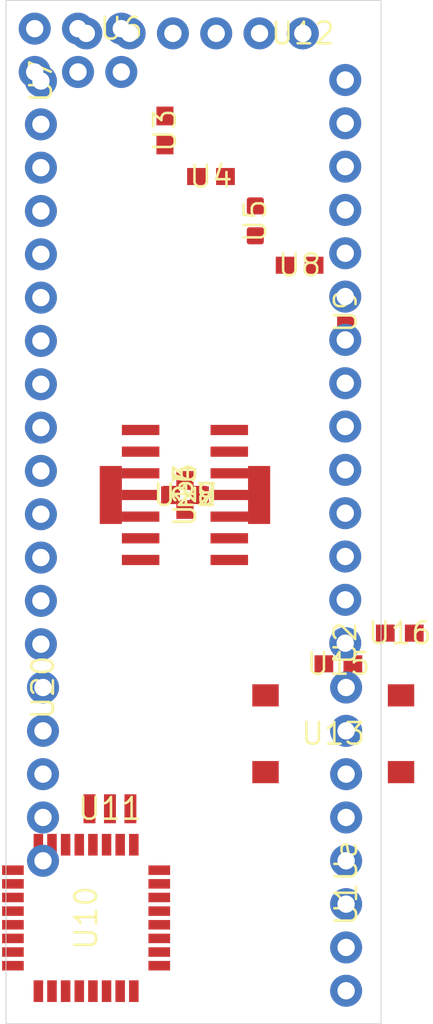
<source format=kicad_pcb>
 ( kicad_pcb  ( version 20171130 )
 ( host pcbnew "(5.1.4-0-10_14)" )
 ( general  ( thickness 1.6 )
 ( drawings 4 )
 ( tracks 0 )
 ( zones 0 )
 ( modules 28 )
 ( nets 53 )
)
 ( page A4 )
 ( layers  ( 0 Top signal )
 ( 31 Bottom signal )
 ( 32 B.Adhes user )
 ( 33 F.Adhes user )
 ( 34 B.Paste user )
 ( 35 F.Paste user )
 ( 36 B.SilkS user )
 ( 37 F.SilkS user )
 ( 38 B.Mask user )
 ( 39 F.Mask user )
 ( 40 Dwgs.User user )
 ( 41 Cmts.User user )
 ( 42 Eco1.User user )
 ( 43 Eco2.User user )
 ( 44 Edge.Cuts user )
 ( 45 Margin user )
 ( 46 B.CrtYd user )
 ( 47 F.CrtYd user )
 ( 48 B.Fab user )
 ( 49 F.Fab user )
)
 ( setup  ( last_trace_width 0.2 )
 ( trace_clearance 0.127 )
 ( zone_clearance 0.508 )
 ( zone_45_only no )
 ( trace_min 0.2 )
 ( via_size 0.7064 )
 ( via_drill 0.3 )
 ( via_min_size 0.4 )
 ( via_min_drill 0.3 )
 ( uvia_size 0.3 )
 ( uvia_drill 0.1 )
 ( uvias_allowed yes )
 ( uvia_min_size 0.2 )
 ( uvia_min_drill 0.1 )
 ( edge_width 0.05 )
 ( segment_width 0.2 )
 ( pcb_text_width 0.3 )
 ( pcb_text_size 1.5 1.5 )
 ( mod_edge_width 0.12 )
 ( mod_text_size 1 1 )
 ( mod_text_width 0.15 )
 ( pad_size 1.524 1.524 )
 ( pad_drill 0.762 )
 ( pad_to_mask_clearance 0.051 )
 ( solder_mask_min_width 0.25 )
 ( aux_axis_origin 0 0 )
 ( visible_elements 7FFFFFFF )
 ( pcbplotparams  ( layerselection 0x010fc_ffffffff )
 ( usegerberextensions false )
 ( usegerberattributes false )
 ( usegerberadvancedattributes false )
 ( creategerberjobfile false )
 ( excludeedgelayer true )
 ( linewidth 0.100000 )
 ( plotframeref false )
 ( viasonmask false )
 ( mode 1 )
 ( useauxorigin false )
 ( hpglpennumber 1 )
 ( hpglpenspeed 20 )
 ( hpglpendiameter 15.000000 )
 ( psnegative false )
 ( psa4output false )
 ( plotreference true )
 ( plotvalue true )
 ( plotinvisibletext false )
 ( padsonsilk false )
 ( subtractmaskfromsilk false )
 ( outputformat 1 )
 ( mirror false )
 ( drillshape 1 )
 ( scaleselection 1 )
 ( outputdirectory "" )
)
)
 ( net 0 "" )
 ( net 1 GND )
 ( net 2 VCC )
 ( net 3 /D2 )
 ( net 4 /TXO )
 ( net 5 /RXI )
 ( net 6 /RST )
 ( net 7 /A5 )
 ( net 8 /A4 )
 ( net 9 /A3 )
 ( net 10 /A2 )
 ( net 11 /A1 )
 ( net 12 /A0 )
 ( net 13 /A7 )
 ( net 14 "Net-(C6-Pad1)" )
 ( net 15 /A6 )
 ( net 16 /SCK )
 ( net 17 /MISO )
 ( net 18 /MOSI )
 ( net 19 /D10 )
 ( net 20 /D9 )
 ( net 21 /D8 )
 ( net 22 /D7 )
 ( net 23 /D6 )
 ( net 24 /D5 )
 ( net 25 "Net-(U3-Pad8)" )
 ( net 26 "Net-(U3-Pad7)" )
 ( net 27 /D4 )
 ( net 28 /D3 )
 ( net 29 "Net-(D1-PadA)" )
 ( net 30 /DTR )
 ( net 31 "Net-(J1-PadCTS)" )
 ( net 32 "Net-(F1-Pad1)" )
 ( net 33 /OUT1 )
 ( net 34 "Net-(IC1-Pad10)" )
 ( net 35 /OUT2 )
 ( net 36 /OUT4 )
 ( net 37 "Net-(IC1-Pad9)" )
 ( net 38 /OUT3 )
 ( net 39 "Net-(IC1-Pad11)" )
 ( net 40 "Net-(IC1-Pad12)" )
 ( net 41 /GO )
 ( net 42 "Net-(IC1-Pad13)" )
 ( net 43 "Net-(J2-Pad5)" )
 ( net 44 "Net-(J2-Pad4)" )
 ( net 45 "Net-(J2-Pad3)" )
 ( net 46 "Net-(J2-Pad2)" )
 ( net 47 "Net-(J2-Pad1)" )
 ( net 48 "Net-(J4-Pad1)" )
 ( net 49 "Net-(J4-Pad3)" )
 ( net 50 "Net-(J4-Pad2)" )
 ( net 51 "Net-(D2-PadA)" )
 ( net 52 "Net-(D3-PadA)" )
 ( net_class Default "This is the default net class."  ( clearance 0.127 )
 ( trace_width 0.2 )
 ( via_dia 0.7064 )
 ( via_drill 0.3 )
 ( uvia_dia 0.3 )
 ( uvia_drill 0.1 )
 ( add_net /A0 )
 ( add_net /A1 )
 ( add_net /A2 )
 ( add_net /A3 )
 ( add_net /A4 )
 ( add_net /A5 )
 ( add_net /A6 )
 ( add_net /A7 )
 ( add_net /D10 )
 ( add_net /D2 )
 ( add_net /D3 )
 ( add_net /D4 )
 ( add_net /D5 )
 ( add_net /D6 )
 ( add_net /D7 )
 ( add_net /D8 )
 ( add_net /D9 )
 ( add_net /DTR )
 ( add_net /GO )
 ( add_net /MISO )
 ( add_net /MOSI )
 ( add_net /OUT1 )
 ( add_net /OUT2 )
 ( add_net /OUT3 )
 ( add_net /OUT4 )
 ( add_net /RST )
 ( add_net /RXI )
 ( add_net /SCK )
 ( add_net /TXO )
 ( add_net GND )
 ( add_net "Net-(C6-Pad1)" )
 ( add_net "Net-(D1-PadA)" )
 ( add_net "Net-(D2-PadA)" )
 ( add_net "Net-(D3-PadA)" )
 ( add_net "Net-(IC1-Pad10)" )
 ( add_net "Net-(IC1-Pad11)" )
 ( add_net "Net-(IC1-Pad12)" )
 ( add_net "Net-(IC1-Pad13)" )
 ( add_net "Net-(IC1-Pad9)" )
 ( add_net "Net-(J1-PadCTS)" )
 ( add_net "Net-(J2-Pad1)" )
 ( add_net "Net-(J2-Pad2)" )
 ( add_net "Net-(J2-Pad3)" )
 ( add_net "Net-(J2-Pad4)" )
 ( add_net "Net-(J2-Pad5)" )
 ( add_net "Net-(J4-Pad1)" )
 ( add_net "Net-(J4-Pad2)" )
 ( add_net "Net-(J4-Pad3)" )
 ( add_net "Net-(U3-Pad7)" )
 ( add_net "Net-(U3-Pad8)" )
)
 ( net_class Power ""  ( clearance 0.127 )
 ( trace_width 0.381 )
 ( via_dia 0.7064 )
 ( via_drill 0.3 )
 ( uvia_dia 0.3 )
 ( uvia_drill 0.1 )
 ( add_net "Net-(F1-Pad1)" )
 ( add_net VCC )
)
 ( module piezoMusic:1X14 locked  ( layer Top )
 ( tedit 5DCE31E3 )
 ( tstamp 5DC8D32C )
 ( at 157.402200 96.188200 90.000000 )
 ( path /0B60073D )
 ( fp_text reference U2  ( at -16.5 0 90 )
 ( layer F.SilkS )
 ( effects  ( font  ( size 1.27 1.27 )
 ( thickness 0.15 )
)
)
)
 ( fp_text value ""  ( at -16.5 0 90 )
 ( layer F.SilkS )
 ( effects  ( font  ( size 1.27 1.27 )
 ( thickness 0.15 )
)
)
)
 ( fp_poly  ( pts  ( xy -17.6 -1.4 )
 ( xy 17.7 -1.4 )
 ( xy 17.7 1.4 )
 ( xy -17.6 1.4 )
)
 ( layer F.CrtYd )
 ( width 0.1 )
)
 ( fp_poly  ( pts  ( xy -17.6 -1.4 )
 ( xy 17.7 -1.4 )
 ( xy 17.7 1.4 )
 ( xy -17.6 1.4 )
)
 ( layer B.CrtYd )
 ( width 0.1 )
)
 ( pad 14 thru_hole circle  ( at 16.52 0 180.000000 )
 ( size 1.8796 1.8796 )
 ( drill 1.016 )
 ( layers *.Cu *.Mask )
 ( net 16 /SCK )
 ( solder_mask_margin 0.1016 )
)
 ( pad 13 thru_hole circle  ( at 13.98 0 180.000000 )
 ( size 1.8796 1.8796 )
 ( drill 1.016 )
 ( layers *.Cu *.Mask )
 ( net 17 /MISO )
 ( solder_mask_margin 0.1016 )
)
 ( pad 12 thru_hole circle  ( at 11.44 0 180.000000 )
 ( size 1.8796 1.8796 )
 ( drill 1.016 )
 ( layers *.Cu *.Mask )
 ( net 18 /MOSI )
 ( solder_mask_margin 0.1016 )
)
 ( pad 11 thru_hole circle  ( at 8.9 0 180.000000 )
 ( size 1.8796 1.8796 )
 ( drill 1.016 )
 ( layers *.Cu *.Mask )
 ( net 19 /D10 )
 ( solder_mask_margin 0.1016 )
)
 ( pad 10 thru_hole circle  ( at 6.36 0 180.000000 )
 ( size 1.8796 1.8796 )
 ( drill 1.016 )
 ( layers *.Cu *.Mask )
 ( net 20 /D9 )
 ( solder_mask_margin 0.1016 )
)
 ( pad 9 thru_hole circle  ( at 3.82 0 180.000000 )
 ( size 1.8796 1.8796 )
 ( drill 1.016 )
 ( layers *.Cu *.Mask )
 ( net 21 /D8 )
 ( solder_mask_margin 0.1016 )
)
 ( pad 8 thru_hole circle  ( at 1.28 0 180.000000 )
 ( size 1.8796 1.8796 )
 ( drill 1.016 )
 ( layers *.Cu *.Mask )
 ( net 22 /D7 )
 ( solder_mask_margin 0.1016 )
)
 ( pad 7 thru_hole circle  ( at -1.26 0 180.000000 )
 ( size 1.8796 1.8796 )
 ( drill 1.016 )
 ( layers *.Cu *.Mask )
 ( net 23 /D6 )
 ( solder_mask_margin 0.1016 )
)
 ( pad 6 thru_hole circle  ( at -3.8 0 180.000000 )
 ( size 1.8796 1.8796 )
 ( drill 1.016 )
 ( layers *.Cu *.Mask )
 ( net 24 /D5 )
 ( solder_mask_margin 0.1016 )
)
 ( pad 5 thru_hole circle  ( at -6.34 0 180.000000 )
 ( size 1.8796 1.8796 )
 ( drill 1.016 )
 ( layers *.Cu *.Mask )
 ( net 27 /D4 )
 ( solder_mask_margin 0.1016 )
)
 ( pad 4 thru_hole circle  ( at -8.88 0 180.000000 )
 ( size 1.8796 1.8796 )
 ( drill 1.016 )
 ( layers *.Cu *.Mask )
 ( net 28 /D3 )
 ( solder_mask_margin 0.1016 )
)
 ( pad 3 thru_hole circle  ( at -11.42 0 180.000000 )
 ( size 1.8796 1.8796 )
 ( drill 1.016 )
 ( layers *.Cu *.Mask )
 ( net 3 /D2 )
 ( solder_mask_margin 0.1016 )
)
 ( pad 2 thru_hole circle  ( at -13.96 0 180.000000 )
 ( size 1.8796 1.8796 )
 ( drill 1.016 )
 ( layers *.Cu *.Mask )
 ( net 1 GND )
 ( solder_mask_margin 0.1016 )
)
 ( pad 1 thru_hole circle  ( at -16.5 0 180.000000 )
 ( size 1.8796 1.8796 )
 ( drill 1.016 )
 ( layers *.Cu *.Mask )
 ( net 2 VCC )
 ( solder_mask_margin 0.1016 )
)
)
 ( module piezoMusic:1X14 locked  ( layer Top )
 ( tedit 5DCE31E3 )
 ( tstamp 5DC8D3C7 )
 ( at 139.546000 96.239000 270.000000 )
 ( path /056852D9 )
 ( fp_text reference U7  ( at -16.51 -0.004 270 )
 ( layer F.SilkS )
 ( effects  ( font  ( size 1.27 1.27 )
 ( thickness 0.15 )
)
)
)
 ( fp_text value ""  ( at -16.51 -0.004 270 )
 ( layer F.SilkS )
 ( effects  ( font  ( size 1.27 1.27 )
 ( thickness 0.15 )
)
)
)
 ( fp_poly  ( pts  ( xy -17.61 -1.404 )
 ( xy 17.69 -1.404 )
 ( xy 17.69 1.396 )
 ( xy -17.61 1.396 )
)
 ( layer F.CrtYd )
 ( width 0.1 )
)
 ( fp_poly  ( pts  ( xy -17.61 -1.404 )
 ( xy 17.69 -1.404 )
 ( xy 17.69 1.396 )
 ( xy -17.61 1.396 )
)
 ( layer B.CrtYd )
 ( width 0.1 )
)
 ( pad 14 thru_hole circle  ( at 16.51 -0.004 )
 ( size 1.8796 1.8796 )
 ( drill 1.016 )
 ( layers *.Cu *.Mask )
 ( net 13 /A7 )
 ( solder_mask_margin 0.1016 )
)
 ( pad 13 thru_hole circle  ( at 13.97 -0.004 )
 ( size 1.8796 1.8796 )
 ( drill 1.016 )
 ( layers *.Cu *.Mask )
 ( net 15 /A6 )
 ( solder_mask_margin 0.1016 )
)
 ( pad 12 thru_hole circle  ( at 11.43 -0.004 )
 ( size 1.8796 1.8796 )
 ( drill 1.016 )
 ( layers *.Cu *.Mask )
 ( net 7 /A5 )
 ( solder_mask_margin 0.1016 )
)
 ( pad 11 thru_hole circle  ( at 8.89 -0.004 )
 ( size 1.8796 1.8796 )
 ( drill 1.016 )
 ( layers *.Cu *.Mask )
 ( net 8 /A4 )
 ( solder_mask_margin 0.1016 )
)
 ( pad 10 thru_hole circle  ( at 6.35 -0.004 )
 ( size 1.8796 1.8796 )
 ( drill 1.016 )
 ( layers *.Cu *.Mask )
 ( net 9 /A3 )
 ( solder_mask_margin 0.1016 )
)
 ( pad 9 thru_hole circle  ( at 3.81 -0.004 )
 ( size 1.8796 1.8796 )
 ( drill 1.016 )
 ( layers *.Cu *.Mask )
 ( net 10 /A2 )
 ( solder_mask_margin 0.1016 )
)
 ( pad 8 thru_hole circle  ( at 1.27 -0.004 )
 ( size 1.8796 1.8796 )
 ( drill 1.016 )
 ( layers *.Cu *.Mask )
 ( net 11 /A1 )
 ( solder_mask_margin 0.1016 )
)
 ( pad 7 thru_hole circle  ( at -1.27 -0.004 )
 ( size 1.8796 1.8796 )
 ( drill 1.016 )
 ( layers *.Cu *.Mask )
 ( net 12 /A0 )
 ( solder_mask_margin 0.1016 )
)
 ( pad 6 thru_hole circle  ( at -3.81 -0.004 )
 ( size 1.8796 1.8796 )
 ( drill 1.016 )
 ( layers *.Cu *.Mask )
 ( net 4 /TXO )
 ( solder_mask_margin 0.1016 )
)
 ( pad 5 thru_hole circle  ( at -6.35 -0.004 )
 ( size 1.8796 1.8796 )
 ( drill 1.016 )
 ( layers *.Cu *.Mask )
 ( net 5 /RXI )
 ( solder_mask_margin 0.1016 )
)
 ( pad 4 thru_hole circle  ( at -8.89 -0.004 )
 ( size 1.8796 1.8796 )
 ( drill 1.016 )
 ( layers *.Cu *.Mask )
 ( net 1 GND )
 ( solder_mask_margin 0.1016 )
)
 ( pad 3 thru_hole circle  ( at -11.43 -0.004 )
 ( size 1.8796 1.8796 )
 ( drill 1.016 )
 ( layers *.Cu *.Mask )
 ( net 2 VCC )
 ( solder_mask_margin 0.1016 )
)
 ( pad 2 thru_hole circle  ( at -13.97 -0.004 )
 ( size 1.8796 1.8796 )
 ( drill 1.016 )
 ( layers *.Cu *.Mask )
 ( net 2 VCC )
 ( solder_mask_margin 0.1016 )
)
 ( pad 1 thru_hole circle  ( at -16.51 -0.004 )
 ( size 1.8796 1.8796 )
 ( drill 1.016 )
 ( layers *.Cu *.Mask )
 ( net 2 VCC )
 ( solder_mask_margin 0.1016 )
)
)
 ( module piezoMusic:FTDI_BASIC locked  ( layer Top )
 ( tedit 5DCE2BD1 )
 ( tstamp 5DC8D4AF )
 ( at 148.563000 76.935000 180.000000 )
 ( descr "<h3>FTDI Basic </h3>\nIncludes tDocu labels for end pins that match the FTDI Basic connection.\n<p>Specifications:\n<ul><li>Pin count: 6</li>\n<li>Pin pitch: 0.1\"</li>\n</ul></p>\n<p>Example device(s):\n<ul><li>6_Pin_Serial_Cable</li>\n</ul></p>" )
 ( path /449C7C68 )
 ( fp_text reference U12  ( at -6.35 0 180 )
 ( layer F.SilkS )
 ( effects  ( font  ( size 1.27 1.27 )
 ( thickness 0.15 )
)
)
)
 ( fp_text value ""  ( at -6.35 0 180 )
 ( layer F.SilkS )
 ( effects  ( font  ( size 1.27 1.27 )
 ( thickness 0.15 )
)
)
)
 ( fp_poly  ( pts  ( xy -7.75 -1.4 )
 ( xy 7.75 -1.4 )
 ( xy 7.75 1.4 )
 ( xy -7.75 1.4 )
)
 ( layer F.CrtYd )
 ( width 0.1 )
)
 ( fp_poly  ( pts  ( xy -7.75 -1.4 )
 ( xy 7.75 -1.4 )
 ( xy 7.75 1.4 )
 ( xy -7.75 1.4 )
)
 ( layer B.CrtYd )
 ( width 0.1 )
)
 ( pad GND thru_hole circle  ( at 6.35 0 270.000000 )
 ( size 1.8796 1.8796 )
 ( drill 1.016 )
 ( layers *.Cu *.Mask )
 ( net 1 GND )
 ( solder_mask_margin 0.1016 )
)
 ( pad CTS thru_hole circle  ( at 3.81 0 270.000000 )
 ( size 1.8796 1.8796 )
 ( drill 1.016 )
 ( layers *.Cu *.Mask )
 ( net 31 "Net-(J1-PadCTS)" )
 ( solder_mask_margin 0.1016 )
)
 ( pad VCC thru_hole circle  ( at 1.27 0 270.000000 )
 ( size 1.8796 1.8796 )
 ( drill 1.016 )
 ( layers *.Cu *.Mask )
 ( net 32 "Net-(F1-Pad1)" )
 ( solder_mask_margin 0.1016 )
)
 ( pad TXO thru_hole circle  ( at -1.27 0 270.000000 )
 ( size 1.8796 1.8796 )
 ( drill 1.016 )
 ( layers *.Cu *.Mask )
 ( net 5 /RXI )
 ( solder_mask_margin 0.1016 )
)
 ( pad RXI thru_hole circle  ( at -3.81 0 270.000000 )
 ( size 1.8796 1.8796 )
 ( drill 1.016 )
 ( layers *.Cu *.Mask )
 ( net 4 /TXO )
 ( solder_mask_margin 0.1016 )
)
 ( pad DTR thru_hole circle  ( at -6.35 0 270.000000 )
 ( size 1.8796 1.8796 )
 ( drill 1.016 )
 ( layers *.Cu *.Mask )
 ( net 30 /DTR )
 ( solder_mask_margin 0.1016 )
)
)
 ( module piezoMusic:2X3  ( layer Top )
 ( tedit 5DCE29B8 )
 ( tstamp 5DC8D3A1 )
 ( at 141.726100 77.928600 180.000000 )
 ( path /60994ACD )
 ( fp_text reference U6  ( at -2.54 1.27 180 )
 ( layer F.SilkS )
 ( effects  ( font  ( size 1.27 1.27 )
 ( thickness 0.15 )
)
)
)
 ( fp_text value ""  ( at -2.54 1.27 180 )
 ( layer F.SilkS )
 ( effects  ( font  ( size 1.27 1.27 )
 ( thickness 0.15 )
)
)
)
 ( fp_poly  ( pts  ( xy -3.94 -2.73 )
 ( xy 4.06 -2.73 )
 ( xy 4.06 2.67 )
 ( xy -3.94 2.67 )
)
 ( layer F.CrtYd )
 ( width 0.1 )
)
 ( fp_poly  ( pts  ( xy -3.94 -2.73 )
 ( xy 4.06 -2.73 )
 ( xy 4.06 2.67 )
 ( xy -3.94 2.67 )
)
 ( layer B.CrtYd )
 ( width 0.1 )
)
 ( pad 6 thru_hole circle  ( at 2.54 -1.27 180.000000 )
 ( size 1.8796 1.8796 )
 ( drill 1.016 )
 ( layers *.Cu *.Mask )
 ( net 1 GND )
 ( solder_mask_margin 0.1016 )
)
 ( pad 5 thru_hole circle  ( at 2.54 1.27 180.000000 )
 ( size 1.8796 1.8796 )
 ( drill 1.016 )
 ( layers *.Cu *.Mask )
 ( net 6 /RST )
 ( solder_mask_margin 0.1016 )
)
 ( pad 4 thru_hole circle  ( at 0 -1.27 180.000000 )
 ( size 1.8796 1.8796 )
 ( drill 1.016 )
 ( layers *.Cu *.Mask )
 ( net 18 /MOSI )
 ( solder_mask_margin 0.1016 )
)
 ( pad 3 thru_hole circle  ( at 0 1.27 180.000000 )
 ( size 1.8796 1.8796 )
 ( drill 1.016 )
 ( layers *.Cu *.Mask )
 ( net 16 /SCK )
 ( solder_mask_margin 0.1016 )
)
 ( pad 2 thru_hole circle  ( at -2.54 -1.27 180.000000 )
 ( size 1.8796 1.8796 )
 ( drill 1.016 )
 ( layers *.Cu *.Mask )
 ( net 2 VCC )
 ( solder_mask_margin 0.1016 )
)
 ( pad 1 thru_hole circle  ( at -2.54 1.27 180.000000 )
 ( size 1.8796 1.8796 )
 ( drill 1.016 )
 ( layers *.Cu *.Mask )
 ( net 17 /MISO )
 ( solder_mask_margin 0.1016 )
)
)
 ( module piezoMusic:1X03 locked  ( layer Top )
 ( tedit 5DCE3241 )
 ( tstamp 5DC8D5C9 )
 ( at 157.453000 130.529000 270.000000 )
 ( descr "<h3>Plated Through Hole - 3 Pin</h3>\n<p>Specifications:\n<ul><li>Pin count:3</li>\n<li>Pin pitch:0.1\"</li>\n</ul></p>\n<p>Example device(s):\n<ul><li>CONN_03</li>\n</ul></p>" )
 ( path /FA7CA15B )
 ( fp_text reference U1  ( at -2.54 0 270 )
 ( layer F.SilkS )
 ( effects  ( font  ( size 1.27 1.27 )
 ( thickness 0.15 )
)
)
)
 ( fp_text value ""  ( at -2.54 0 270 )
 ( layer F.SilkS )
 ( effects  ( font  ( size 1.27 1.27 )
 ( thickness 0.15 )
)
)
)
 ( fp_poly  ( pts  ( xy -3.74 -1.5 )
 ( xy -3.74 1.5 )
 ( xy 3.66 1.5 )
 ( xy 3.66 -1.5 )
)
 ( layer B.CrtYd )
 ( width 0.1 )
)
 ( fp_poly  ( pts  ( xy -3.74 -1.5 )
 ( xy -3.74 1.5 )
 ( xy 3.66 1.5 )
 ( xy 3.66 -1.5 )
)
 ( layer F.CrtYd )
 ( width 0.1 )
)
 ( pad 3 thru_hole circle  ( at 2.54 0 )
 ( size 1.8796 1.8796 )
 ( drill 1.016 )
 ( layers *.Cu *.Mask )
 ( net 49 "Net-(J4-Pad3)" )
 ( solder_mask_margin 0.1016 )
)
 ( pad 2 thru_hole circle  ( at 0 0 )
 ( size 1.8796 1.8796 )
 ( drill 1.016 )
 ( layers *.Cu *.Mask )
 ( net 50 "Net-(J4-Pad2)" )
 ( solder_mask_margin 0.1016 )
)
 ( pad 1 thru_hole circle  ( at -2.54 0 )
 ( size 1.8796 1.8796 )
 ( drill 1.016 )
 ( layers *.Cu *.Mask )
 ( net 48 "Net-(J4-Pad1)" )
 ( solder_mask_margin 0.1016 )
)
)
 ( module piezoMusic:1X05 locked  ( layer Top )
 ( tedit 5DCE3193 )
 ( tstamp 5DC8D58D )
 ( at 157.453000 120.369000 90.000000 )
 ( descr "<h3>Plated Through Hole - 5 Pin</h3>\n<p>Specifications:\n<ul><li>Pin count:5</li>\n<li>Pin pitch:0.1\"</li>\n</ul></p>\n<p>Example device(s):\n<ul><li>CONN_05</li>\n</ul></p>" )
 ( path /B665FDA9 )
 ( fp_text reference Ue  ( at -5.08 0 90 )
 ( layer F.SilkS )
 ( effects  ( font  ( size 1.27 1.27 )
 ( thickness 0.15 )
)
)
)
 ( fp_text value ""  ( at -5.08 0 90 )
 ( layer F.SilkS )
 ( effects  ( font  ( size 1.27 1.27 )
 ( thickness 0.15 )
)
)
)
 ( fp_poly  ( pts  ( xy -6.18 -1.4 )
 ( xy 6.22 -1.4 )
 ( xy 6.22 1.4 )
 ( xy -6.18 1.4 )
)
 ( layer F.CrtYd )
 ( width 0.1 )
)
 ( fp_poly  ( pts  ( xy -6.18 -1.4 )
 ( xy 6.22 -1.4 )
 ( xy 6.22 1.4 )
 ( xy -6.18 1.4 )
)
 ( layer B.CrtYd )
 ( width 0.1 )
)
 ( pad 5 thru_hole circle  ( at 5.08 0 180.000000 )
 ( size 1.8796 1.8796 )
 ( drill 1.016 )
 ( layers *.Cu *.Mask )
 ( net 36 /OUT4 )
 ( solder_mask_margin 0.1016 )
)
 ( pad 4 thru_hole circle  ( at 2.54 0 180.000000 )
 ( size 1.8796 1.8796 )
 ( drill 1.016 )
 ( layers *.Cu *.Mask )
 ( net 38 /OUT3 )
 ( solder_mask_margin 0.1016 )
)
 ( pad 3 thru_hole circle  ( at 0 0 180.000000 )
 ( size 1.8796 1.8796 )
 ( drill 1.016 )
 ( layers *.Cu *.Mask )
 ( net 35 /OUT2 )
 ( solder_mask_margin 0.1016 )
)
 ( pad 2 thru_hole circle  ( at -2.54 0 180.000000 )
 ( size 1.8796 1.8796 )
 ( drill 1.016 )
 ( layers *.Cu *.Mask )
 ( net 33 /OUT1 )
 ( solder_mask_margin 0.1016 )
)
 ( pad 1 thru_hole circle  ( at -5.08 0 180.000000 )
 ( size 1.8796 1.8796 )
 ( drill 1.016 )
 ( layers *.Cu *.Mask )
 ( net 41 /GO )
 ( solder_mask_margin 0.1016 )
)
)
 ( module piezoMusic:1X05 locked  ( layer Top )
 ( tedit 5DCE3193 )
 ( tstamp 5DC8D560 )
 ( at 139.673000 120.369000 270.000000 )
 ( descr "<h3>Plated Through Hole - 5 Pin</h3>\n<p>Specifications:\n<ul><li>Pin count:5</li>\n<li>Pin pitch:0.1\"</li>\n</ul></p>\n<p>Example device(s):\n<ul><li>CONN_05</li>\n</ul></p>" )
 ( path /C3E76336 )
 ( fp_text reference U20  ( at -5.08 0 270 )
 ( layer F.SilkS )
 ( effects  ( font  ( size 1.27 1.27 )
 ( thickness 0.15 )
)
)
)
 ( fp_text value ""  ( at -5.08 0 270 )
 ( layer F.SilkS )
 ( effects  ( font  ( size 1.27 1.27 )
 ( thickness 0.15 )
)
)
)
 ( fp_poly  ( pts  ( xy -6.18 -1.4 )
 ( xy 6.22 -1.4 )
 ( xy 6.22 1.4 )
 ( xy -6.18 1.4 )
)
 ( layer F.CrtYd )
 ( width 0.1 )
)
 ( fp_poly  ( pts  ( xy -6.18 -1.4 )
 ( xy 6.22 -1.4 )
 ( xy 6.22 1.4 )
 ( xy -6.18 1.4 )
)
 ( layer B.CrtYd )
 ( width 0.1 )
)
 ( pad 5 thru_hole circle  ( at 5.08 0 )
 ( size 1.8796 1.8796 )
 ( drill 1.016 )
 ( layers *.Cu *.Mask )
 ( net 43 "Net-(J2-Pad5)" )
 ( solder_mask_margin 0.1016 )
)
 ( pad 4 thru_hole circle  ( at 2.54 0 )
 ( size 1.8796 1.8796 )
 ( drill 1.016 )
 ( layers *.Cu *.Mask )
 ( net 44 "Net-(J2-Pad4)" )
 ( solder_mask_margin 0.1016 )
)
 ( pad 3 thru_hole circle  ( at 0 0 )
 ( size 1.8796 1.8796 )
 ( drill 1.016 )
 ( layers *.Cu *.Mask )
 ( net 45 "Net-(J2-Pad3)" )
 ( solder_mask_margin 0.1016 )
)
 ( pad 2 thru_hole circle  ( at -2.54 0 )
 ( size 1.8796 1.8796 )
 ( drill 1.016 )
 ( layers *.Cu *.Mask )
 ( net 46 "Net-(J2-Pad2)" )
 ( solder_mask_margin 0.1016 )
)
 ( pad 1 thru_hole circle  ( at -5.08 0 )
 ( size 1.8796 1.8796 )
 ( drill 1.016 )
 ( layers *.Cu *.Mask )
 ( net 47 "Net-(J2-Pad1)" )
 ( solder_mask_margin 0.1016 )
)
)
 ( module piezoMusic:0603  ( layer Top )
 ( tedit 5DCE2B5D )
 ( tstamp 5DC8D306 )
 ( at 146.826100 82.628600 270.000000 )
 ( descr "<p><b>Generic 1608 (0603) package</b></p>\n<p>0.2mm courtyard excess rounded to nearest 0.05mm.</p>" )
 ( path /88676885 )
 ( fp_text reference U3  ( at 0 0 270 )
 ( layer F.SilkS )
 ( effects  ( font  ( size 1.27 1.27 )
 ( thickness 0.15 )
)
)
)
 ( fp_text value ""  ( at 0 0 270 )
 ( layer F.SilkS )
 ( effects  ( font  ( size 1.27 1.27 )
 ( thickness 0.15 )
)
)
)
 ( fp_poly  ( pts  ( xy -1.6 -0.7 )
 ( xy 1.6 -0.7 )
 ( xy 1.6 0.7 )
 ( xy -1.6 0.7 )
)
 ( layer F.CrtYd )
 ( width 0.1 )
)
 ( pad 2 smd rect  ( at 0.85 0 270.000000 )
 ( size 1.1 1 )
 ( layers Top F.Mask F.Paste )
 ( net 6 /RST )
 ( solder_mask_margin 0.1016 )
)
 ( pad 1 smd rect  ( at -0.85 0 270.000000 )
 ( size 1.1 1 )
 ( layers Top F.Mask F.Paste )
 ( net 30 /DTR )
 ( solder_mask_margin 0.1016 )
)
)
 ( module piezoMusic:0603  ( layer Top )
 ( tedit 5DCE2B5D )
 ( tstamp 5DC8D314 )
 ( at 149.526100 85.328600 180.000000 )
 ( descr "<p><b>Generic 1608 (0603) package</b></p>\n<p>0.2mm courtyard excess rounded to nearest 0.05mm.</p>" )
 ( path /8451312A )
 ( fp_text reference U4  ( at 0 0 180 )
 ( layer F.SilkS )
 ( effects  ( font  ( size 1.27 1.27 )
 ( thickness 0.15 )
)
)
)
 ( fp_text value ""  ( at 0 0 180 )
 ( layer F.SilkS )
 ( effects  ( font  ( size 1.27 1.27 )
 ( thickness 0.15 )
)
)
)
 ( fp_poly  ( pts  ( xy -1.6 -0.7 )
 ( xy 1.6 -0.7 )
 ( xy 1.6 0.7 )
 ( xy -1.6 0.7 )
)
 ( layer F.CrtYd )
 ( width 0.1 )
)
 ( pad 2 smd rect  ( at 0.85 0 180.000000 )
 ( size 1.1 1 )
 ( layers Top F.Mask F.Paste )
 ( net 1 GND )
 ( solder_mask_margin 0.1016 )
)
 ( pad 1 smd rect  ( at -0.85 0 180.000000 )
 ( size 1.1 1 )
 ( layers Top F.Mask F.Paste )
 ( net 14 "Net-(C6-Pad1)" )
 ( solder_mask_margin 0.1016 )
)
)
 ( module piezoMusic:LED-0603  ( layer Top )
 ( tedit 5DCE2CA4 )
 ( tstamp 5DC8D322 )
 ( at 152.126100 87.928600 90.000000 )
 ( descr "<B>LED 0603 SMT</B><p>\n0603, surface mount.\n<p>Specifications:\n<ul><li>Pin count: 2</li>\n<li>Pin pitch:0.075inch </li>\n<li>Area: 0.06\" x 0.03\"</li>\n</ul></p>\n<p>Example device(s):\n<ul><li>LED - BLUE</li>" )
 ( path /5C7F6C2D )
 ( fp_text reference U5  ( at 0 0 90 )
 ( layer F.SilkS )
 ( effects  ( font  ( size 1.27 1.27 )
 ( thickness 0.15 )
)
)
)
 ( fp_text value ""  ( at 0 0 90 )
 ( layer F.SilkS )
 ( effects  ( font  ( size 1.27 1.27 )
 ( thickness 0.15 )
)
)
)
 ( fp_poly  ( pts  ( xy -1.5 -0.6 )
 ( xy 1.5 -0.6 )
 ( xy 1.5 0.6 )
 ( xy -1.5 0.6 )
)
 ( layer F.CrtYd )
 ( width 0.1 )
)
 ( pad A smd roundrect  ( at -0.877 0 )
 ( size 1 1 )
 ( layers Top F.Mask F.Paste )
 ( roundrect_rratio 0.15 )
 ( net 29 "Net-(D1-PadA)" )
 ( solder_mask_margin 0.1016 )
)
 ( pad C smd roundrect  ( at 0.877 0 )
 ( size 1 1 )
 ( layers Top F.Mask F.Paste )
 ( roundrect_rratio 0.15 )
 ( net 1 GND )
 ( solder_mask_margin 0.1016 )
)
)
 ( module piezoMusic:0603  ( layer Top )
 ( tedit 5DCE2B5D )
 ( tstamp 5DC8D43C )
 ( at 154.726100 90.528600 180.000000 )
 ( descr "<p><b>Generic 1608 (0603) package</b></p>\n<p>0.2mm courtyard excess rounded to nearest 0.05mm.</p>" )
 ( path /DDF01354 )
 ( fp_text reference U8  ( at 0 0 180 )
 ( layer F.SilkS )
 ( effects  ( font  ( size 1.27 1.27 )
 ( thickness 0.15 )
)
)
)
 ( fp_text value ""  ( at 0 0 180 )
 ( layer F.SilkS )
 ( effects  ( font  ( size 1.27 1.27 )
 ( thickness 0.15 )
)
)
)
 ( fp_poly  ( pts  ( xy -1.6 -0.7 )
 ( xy 1.6 -0.7 )
 ( xy 1.6 0.7 )
 ( xy -1.6 0.7 )
)
 ( layer F.CrtYd )
 ( width 0.1 )
)
 ( pad 2 smd rect  ( at 0.85 0 180.000000 )
 ( size 1.1 1 )
 ( layers Top F.Mask F.Paste )
 ( net 29 "Net-(D1-PadA)" )
 ( solder_mask_margin 0.1016 )
)
 ( pad 1 smd rect  ( at -0.85 0 180.000000 )
 ( size 1.1 1 )
 ( layers Top F.Mask F.Paste )
 ( net 16 /SCK )
 ( solder_mask_margin 0.1016 )
)
)
 ( module piezoMusic:0603  ( layer Top )
 ( tedit 5DCE2B5D )
 ( tstamp 5DC8D44A )
 ( at 157.426100 93.228600 270.000000 )
 ( descr "<p><b>Generic 1608 (0603) package</b></p>\n<p>0.2mm courtyard excess rounded to nearest 0.05mm.</p>" )
 ( path /B13F4994 )
 ( fp_text reference U9  ( at 0 0 270 )
 ( layer F.SilkS )
 ( effects  ( font  ( size 1.27 1.27 )
 ( thickness 0.15 )
)
)
)
 ( fp_text value ""  ( at 0 0 270 )
 ( layer F.SilkS )
 ( effects  ( font  ( size 1.27 1.27 )
 ( thickness 0.15 )
)
)
)
 ( fp_poly  ( pts  ( xy -1.6 -0.7 )
 ( xy 1.6 -0.7 )
 ( xy 1.6 0.7 )
 ( xy -1.6 0.7 )
)
 ( layer F.CrtYd )
 ( width 0.1 )
)
 ( pad 2 smd rect  ( at 0.85 0 270.000000 )
 ( size 1.1 1 )
 ( layers Top F.Mask F.Paste )
 ( net 2 VCC )
 ( solder_mask_margin 0.1016 )
)
 ( pad 1 smd rect  ( at -0.85 0 270.000000 )
 ( size 1.1 1 )
 ( layers Top F.Mask F.Paste )
 ( net 6 /RST )
 ( solder_mask_margin 0.1016 )
)
)
 ( module piezoMusic:TQFP32-08  ( layer Top )
 ( tedit 5DCE2E26 )
 ( tstamp 5DC8D458 )
 ( at 142.200000 128.800000 90.000000 )
 ( descr "<B>Thin Plasic Quad Flat Package</B> Grid 0.8 mm" )
 ( path /629E9DB0 )
 ( fp_text reference U10  ( at 0 0 90 )
 ( layer F.SilkS )
 ( effects  ( font  ( size 1.27 1.27 )
 ( thickness 0.15 )
)
)
)
 ( fp_text value ""  ( at 0 0 90 )
 ( layer F.SilkS )
 ( effects  ( font  ( size 1.27 1.27 )
 ( thickness 0.15 )
)
)
)
 ( fp_poly  ( pts  ( xy -5 -5 )
 ( xy 5 -5 )
 ( xy 5 5 )
 ( xy -5 5 )
)
 ( layer F.CrtYd )
 ( width 0.1 )
)
 ( pad 32 smd rect  ( at -2.8 -4.2926 90.000000 )
 ( size 0.5588 1.27 )
 ( layers Top F.Mask F.Paste )
 ( net 3 /D2 )
 ( solder_mask_margin 0.1016 )
)
 ( pad 31 smd rect  ( at -2 -4.2926 90.000000 )
 ( size 0.5588 1.27 )
 ( layers Top F.Mask F.Paste )
 ( net 4 /TXO )
 ( solder_mask_margin 0.1016 )
)
 ( pad 30 smd rect  ( at -1.2 -4.2926 90.000000 )
 ( size 0.5588 1.27 )
 ( layers Top F.Mask F.Paste )
 ( net 5 /RXI )
 ( solder_mask_margin 0.1016 )
)
 ( pad 29 smd rect  ( at -0.4 -4.2926 90.000000 )
 ( size 0.5588 1.27 )
 ( layers Top F.Mask F.Paste )
 ( net 6 /RST )
 ( solder_mask_margin 0.1016 )
)
 ( pad 28 smd rect  ( at 0.4 -4.2926 90.000000 )
 ( size 0.5588 1.27 )
 ( layers Top F.Mask F.Paste )
 ( net 7 /A5 )
 ( solder_mask_margin 0.1016 )
)
 ( pad 27 smd rect  ( at 1.2 -4.2926 90.000000 )
 ( size 0.5588 1.27 )
 ( layers Top F.Mask F.Paste )
 ( net 8 /A4 )
 ( solder_mask_margin 0.1016 )
)
 ( pad 26 smd rect  ( at 2 -4.2926 90.000000 )
 ( size 0.5588 1.27 )
 ( layers Top F.Mask F.Paste )
 ( net 9 /A3 )
 ( solder_mask_margin 0.1016 )
)
 ( pad 25 smd rect  ( at 2.8 -4.2926 90.000000 )
 ( size 0.5588 1.27 )
 ( layers Top F.Mask F.Paste )
 ( net 10 /A2 )
 ( solder_mask_margin 0.1016 )
)
 ( pad 24 smd rect  ( at 4.2926 -2.8 90.000000 )
 ( size 1.27 0.5588 )
 ( layers Top F.Mask F.Paste )
 ( net 11 /A1 )
 ( solder_mask_margin 0.1016 )
)
 ( pad 23 smd rect  ( at 4.2926 -2 90.000000 )
 ( size 1.27 0.5588 )
 ( layers Top F.Mask F.Paste )
 ( net 12 /A0 )
 ( solder_mask_margin 0.1016 )
)
 ( pad 22 smd rect  ( at 4.2926 -1.2 90.000000 )
 ( size 1.27 0.5588 )
 ( layers Top F.Mask F.Paste )
 ( net 13 /A7 )
 ( solder_mask_margin 0.1016 )
)
 ( pad 21 smd rect  ( at 4.2926 -0.4 90.000000 )
 ( size 1.27 0.5588 )
 ( layers Top F.Mask F.Paste )
 ( net 1 GND )
 ( solder_mask_margin 0.1016 )
)
 ( pad 20 smd rect  ( at 4.2926 0.4 90.000000 )
 ( size 1.27 0.5588 )
 ( layers Top F.Mask F.Paste )
 ( net 14 "Net-(C6-Pad1)" )
 ( solder_mask_margin 0.1016 )
)
 ( pad 19 smd rect  ( at 4.2926 1.2 90.000000 )
 ( size 1.27 0.5588 )
 ( layers Top F.Mask F.Paste )
 ( net 15 /A6 )
 ( solder_mask_margin 0.1016 )
)
 ( pad 18 smd rect  ( at 4.2926 2 90.000000 )
 ( size 1.27 0.5588 )
 ( layers Top F.Mask F.Paste )
 ( net 2 VCC )
 ( solder_mask_margin 0.1016 )
)
 ( pad 17 smd rect  ( at 4.2926 2.8 90.000000 )
 ( size 1.27 0.5588 )
 ( layers Top F.Mask F.Paste )
 ( net 16 /SCK )
 ( solder_mask_margin 0.1016 )
)
 ( pad 16 smd rect  ( at 2.8 4.2926 90.000000 )
 ( size 0.5588 1.27 )
 ( layers Top F.Mask F.Paste )
 ( net 17 /MISO )
 ( solder_mask_margin 0.1016 )
)
 ( pad 15 smd rect  ( at 2 4.2926 90.000000 )
 ( size 0.5588 1.27 )
 ( layers Top F.Mask F.Paste )
 ( net 18 /MOSI )
 ( solder_mask_margin 0.1016 )
)
 ( pad 14 smd rect  ( at 1.2 4.2926 90.000000 )
 ( size 0.5588 1.27 )
 ( layers Top F.Mask F.Paste )
 ( net 19 /D10 )
 ( solder_mask_margin 0.1016 )
)
 ( pad 13 smd rect  ( at 0.4 4.2926 90.000000 )
 ( size 0.5588 1.27 )
 ( layers Top F.Mask F.Paste )
 ( net 20 /D9 )
 ( solder_mask_margin 0.1016 )
)
 ( pad 12 smd rect  ( at -0.4 4.2926 90.000000 )
 ( size 0.5588 1.27 )
 ( layers Top F.Mask F.Paste )
 ( net 21 /D8 )
 ( solder_mask_margin 0.1016 )
)
 ( pad 11 smd rect  ( at -1.2 4.2926 90.000000 )
 ( size 0.5588 1.27 )
 ( layers Top F.Mask F.Paste )
 ( net 22 /D7 )
 ( solder_mask_margin 0.1016 )
)
 ( pad 10 smd rect  ( at -2 4.2926 90.000000 )
 ( size 0.5588 1.27 )
 ( layers Top F.Mask F.Paste )
 ( net 23 /D6 )
 ( solder_mask_margin 0.1016 )
)
 ( pad 9 smd rect  ( at -2.8 4.2926 90.000000 )
 ( size 0.5588 1.27 )
 ( layers Top F.Mask F.Paste )
 ( net 24 /D5 )
 ( solder_mask_margin 0.1016 )
)
 ( pad 8 smd rect  ( at -4.2926 2.8 90.000000 )
 ( size 1.27 0.5588 )
 ( layers Top F.Mask F.Paste )
 ( net 25 "Net-(U3-Pad8)" )
 ( solder_mask_margin 0.1016 )
)
 ( pad 7 smd rect  ( at -4.2926 2 90.000000 )
 ( size 1.27 0.5588 )
 ( layers Top F.Mask F.Paste )
 ( net 26 "Net-(U3-Pad7)" )
 ( solder_mask_margin 0.1016 )
)
 ( pad 6 smd rect  ( at -4.2926 1.2 90.000000 )
 ( size 1.27 0.5588 )
 ( layers Top F.Mask F.Paste )
 ( net 2 VCC )
 ( solder_mask_margin 0.1016 )
)
 ( pad 5 smd rect  ( at -4.2926 0.4 90.000000 )
 ( size 1.27 0.5588 )
 ( layers Top F.Mask F.Paste )
 ( net 1 GND )
 ( solder_mask_margin 0.1016 )
)
 ( pad 4 smd rect  ( at -4.2926 -0.4 90.000000 )
 ( size 1.27 0.5588 )
 ( layers Top F.Mask F.Paste )
 ( net 2 VCC )
 ( solder_mask_margin 0.1016 )
)
 ( pad 3 smd rect  ( at -4.2926 -1.2 90.000000 )
 ( size 1.27 0.5588 )
 ( layers Top F.Mask F.Paste )
 ( net 1 GND )
 ( solder_mask_margin 0.1016 )
)
 ( pad 2 smd rect  ( at -4.2926 -2 90.000000 )
 ( size 1.27 0.5588 )
 ( layers Top F.Mask F.Paste )
 ( net 27 /D4 )
 ( solder_mask_margin 0.1016 )
)
 ( pad 1 smd rect  ( at -4.2926 -2.8 90.000000 )
 ( size 1.27 0.5588 )
 ( layers Top F.Mask F.Paste )
 ( net 28 /D3 )
 ( solder_mask_margin 0.1016 )
)
)
 ( module piezoMusic:RESONATOR-SMD  ( layer Top )
 ( tedit 5DCE2D62 )
 ( tstamp 5DC8D4A1 )
 ( at 143.600000 122.400000 180.000000 )
 ( path /B4F86E18 )
 ( fp_text reference U11  ( at 0 0 180 )
 ( layer F.SilkS )
 ( effects  ( font  ( size 1.27 1.27 )
 ( thickness 0.15 )
)
)
)
 ( fp_text value ""  ( at 0 0 180 )
 ( layer F.SilkS )
 ( effects  ( font  ( size 1.27 1.27 )
 ( thickness 0.15 )
)
)
)
 ( fp_poly  ( pts  ( xy -2 -1 )
 ( xy 2 -1 )
 ( xy 2 1 )
 ( xy -2 1 )
)
 ( layer F.CrtYd )
 ( width 0.1 )
)
 ( pad 3 smd rect  ( at 1.2 0 180.000000 )
 ( size 0.7 1.7 )
 ( layers Top F.Mask F.Paste )
 ( net 26 "Net-(U3-Pad7)" )
 ( solder_mask_margin 0.1016 )
)
 ( pad 2 smd rect  ( at 0 0 180.000000 )
 ( size 0.7 1.7 )
 ( layers Top F.Mask F.Paste )
 ( net 1 GND )
 ( solder_mask_margin 0.1016 )
)
 ( pad 1 smd rect  ( at -1.2 0 180.000000 )
 ( size 0.7 1.7 )
 ( layers Top F.Mask F.Paste )
 ( net 25 "Net-(U3-Pad8)" )
 ( solder_mask_margin 0.1016 )
)
)
 ( module piezoMusic:TACTILE_SWITCH_SMD_6.2MM_TALL  ( layer Top )
 ( tedit 5DCE32F0 )
 ( tstamp 5DC8D4E6 )
 ( at 156.700000 118.000000 180.000000 )
 ( descr "<h3>Momentary Switch (Pushbutton) - SPST - SMD, 6.2mm Square</h3>\n<p>Normally-open (NO) SPST momentary switches (buttons, pushbuttons).</p>\n<p><a href=\"http://www.apem.com/files/apem/brochures/ADTS6-ADTSM-KTSC6.pdf\">Datasheet</a> (ADTSM63NVTR)</p>" )
 ( path /F9B5905E )
 ( fp_text reference U13  ( at 0 0 180 )
 ( layer F.SilkS )
 ( effects  ( font  ( size 1.27 1.27 )
 ( thickness 0.15 )
)
)
)
 ( fp_text value ""  ( at 0 0 180 )
 ( layer F.SilkS )
 ( effects  ( font  ( size 1.27 1.27 )
 ( thickness 0.15 )
)
)
)
 ( fp_poly  ( pts  ( xy -4.9 -3 )
 ( xy 4.9 -3 )
 ( xy 4.9 3 )
 ( xy -4.9 3 )
)
 ( layer F.CrtYd )
 ( width 0.1 )
)
 ( pad B2 smd rect  ( at 3.975 -2.25 270.000000 )
 ( size 1.3 1.55 )
 ( layers Top F.Mask F.Paste )
 ( net 6 /RST )
 ( solder_mask_margin 0.1016 )
)
 ( pad B1 smd rect  ( at -3.975 -2.25 270.000000 )
 ( size 1.3 1.55 )
 ( layers Top F.Mask F.Paste )
 ( solder_mask_margin 0.1016 )
)
 ( pad A2 smd rect  ( at 3.975 2.25 270.000000 )
 ( size 1.3 1.55 )
 ( layers Top F.Mask F.Paste )
 ( net 1 GND )
 ( solder_mask_margin 0.1016 )
)
 ( pad A1 smd rect  ( at -3.975 2.25 270.000000 )
 ( size 1.3 1.55 )
 ( layers Top F.Mask F.Paste )
 ( solder_mask_margin 0.1016 )
)
)
 ( module piezoMusic:SO14  ( layer Top )
 ( tedit 5DCE2DA0 )
 ( tstamp 5DC8D4F4 )
 ( at 148.000000 104.000000 90.000000 )
 ( descr "<b>Small Outline Package 14</b>" )
 ( path /22F7723E )
 ( fp_text reference U14  ( at 0 0 90 )
 ( layer F.SilkS )
 ( effects  ( font  ( size 1.27 1.27 )
 ( thickness 0.15 )
)
)
)
 ( fp_text value ""  ( at 0 0 90 )
 ( layer F.SilkS )
 ( effects  ( font  ( size 1.27 1.27 )
 ( thickness 0.15 )
)
)
)
 ( fp_poly  ( pts  ( xy -4.4 -3.8 )
 ( xy 4.4 -3.8 )
 ( xy 4.4 3.8 )
 ( xy -4.4 3.8 )
)
 ( layer F.CrtYd )
 ( width 0.1 )
)
 ( pad 8 smd rect  ( at 3.81 -2.6 90.000000 )
 ( size 0.6 2.2 )
 ( layers Top F.Mask F.Paste )
 ( net 33 /OUT1 )
 ( solder_mask_margin 0.1016 )
)
 ( pad 10 smd rect  ( at 1.27 -2.6 90.000000 )
 ( size 0.6 2.2 )
 ( layers Top F.Mask F.Paste )
 ( net 34 "Net-(IC1-Pad10)" )
 ( solder_mask_margin 0.1016 )
)
 ( pad 7 smd rect  ( at 3.81 2.6 90.000000 )
 ( size 0.6 2.2 )
 ( layers Top F.Mask F.Paste )
 ( net 35 /OUT2 )
 ( solder_mask_margin 0.1016 )
)
 ( pad 5 smd rect  ( at 1.27 2.6 90.000000 )
 ( size 0.6 2.2 )
 ( layers Top F.Mask F.Paste )
 ( net 36 /OUT4 )
 ( solder_mask_margin 0.1016 )
)
 ( pad 9 smd rect  ( at 2.54 -2.6 90.000000 )
 ( size 0.6 2.2 )
 ( layers Top F.Mask F.Paste )
 ( net 37 "Net-(IC1-Pad9)" )
 ( solder_mask_margin 0.1016 )
)
 ( pad 6 smd rect  ( at 2.54 2.6 90.000000 )
 ( size 0.6 2.2 )
 ( layers Top F.Mask F.Paste )
 ( net 38 /OUT3 )
 ( solder_mask_margin 0.1016 )
)
 ( pad 11 smd rect  ( at 0 -2.6 90.000000 )
 ( size 0.6 2.2 )
 ( layers Top F.Mask F.Paste )
 ( net 39 "Net-(IC1-Pad11)" )
 ( solder_mask_margin 0.1016 )
)
 ( pad 12 smd rect  ( at -1.27 -2.6 90.000000 )
 ( size 0.6 2.2 )
 ( layers Top F.Mask F.Paste )
 ( net 40 "Net-(IC1-Pad12)" )
 ( solder_mask_margin 0.1016 )
)
 ( pad 14 smd rect  ( at -3.81 -2.6 90.000000 )
 ( size 0.6 2.2 )
 ( layers Top F.Mask F.Paste )
 ( net 1 GND )
 ( solder_mask_margin 0.1016 )
)
 ( pad 4 smd rect  ( at 0 2.6 90.000000 )
 ( size 0.6 2.2 )
 ( layers Top F.Mask F.Paste )
 ( net 2 VCC )
 ( solder_mask_margin 0.1016 )
)
 ( pad 3 smd rect  ( at -1.27 2.6 90.000000 )
 ( size 0.6 2.2 )
 ( layers Top F.Mask F.Paste )
 ( net 41 /GO )
 ( solder_mask_margin 0.1016 )
)
 ( pad 1 smd rect  ( at -3.81 2.6 90.000000 )
 ( size 0.6 2.2 )
 ( layers Top F.Mask F.Paste )
 ( net 2 VCC )
 ( solder_mask_margin 0.1016 )
)
 ( pad 13 smd rect  ( at -2.54 -2.6 90.000000 )
 ( size 0.6 2.2 )
 ( layers Top F.Mask F.Paste )
 ( net 42 "Net-(IC1-Pad13)" )
 ( solder_mask_margin 0.1016 )
)
 ( pad 2 smd rect  ( at -2.54 2.6 90.000000 )
 ( size 0.6 2.2 )
 ( layers Top F.Mask F.Paste )
 ( net 2 VCC )
 ( solder_mask_margin 0.1016 )
)
)
 ( module piezoMusic:0603  ( layer Top )
 ( tedit 5DCE2B5D )
 ( tstamp 5DC8D51A )
 ( at 157.000000 113.900000 )
 ( descr "<p><b>Generic 1608 (0603) package</b></p>\n<p>0.2mm courtyard excess rounded to nearest 0.05mm.</p>" )
 ( path /8EFFCFBB )
 ( fp_text reference U15  ( at 0 0 )
 ( layer F.SilkS )
 ( effects  ( font  ( size 1.27 1.27 )
 ( thickness 0.15 )
)
)
)
 ( fp_text value ""  ( at 0 0 )
 ( layer F.SilkS )
 ( effects  ( font  ( size 1.27 1.27 )
 ( thickness 0.15 )
)
)
)
 ( fp_poly  ( pts  ( xy -1.6 -0.7 )
 ( xy 1.6 -0.7 )
 ( xy 1.6 0.7 )
 ( xy -1.6 0.7 )
)
 ( layer F.CrtYd )
 ( width 0.1 )
)
 ( pad 2 smd rect  ( at 0.85 0 )
 ( size 1.1 1 )
 ( layers Top F.Mask F.Paste )
 ( net 42 "Net-(IC1-Pad13)" )
 ( solder_mask_margin 0.1016 )
)
 ( pad 1 smd rect  ( at -0.85 0 )
 ( size 1.1 1 )
 ( layers Top F.Mask F.Paste )
 ( net 43 "Net-(J2-Pad5)" )
 ( solder_mask_margin 0.1016 )
)
)
 ( module piezoMusic:0603  ( layer Top )
 ( tedit 5DCE2B5D )
 ( tstamp 5DC8D528 )
 ( at 160.600000 112.100000 )
 ( descr "<p><b>Generic 1608 (0603) package</b></p>\n<p>0.2mm courtyard excess rounded to nearest 0.05mm.</p>" )
 ( path /ABABC248 )
 ( fp_text reference U16  ( at 0 0 )
 ( layer F.SilkS )
 ( effects  ( font  ( size 1.27 1.27 )
 ( thickness 0.15 )
)
)
)
 ( fp_text value ""  ( at 0 0 )
 ( layer F.SilkS )
 ( effects  ( font  ( size 1.27 1.27 )
 ( thickness 0.15 )
)
)
)
 ( fp_poly  ( pts  ( xy -1.6 -0.7 )
 ( xy 1.6 -0.7 )
 ( xy 1.6 0.7 )
 ( xy -1.6 0.7 )
)
 ( layer F.CrtYd )
 ( width 0.1 )
)
 ( pad 2 smd rect  ( at 0.85 0 )
 ( size 1.1 1 )
 ( layers Top F.Mask F.Paste )
 ( net 40 "Net-(IC1-Pad12)" )
 ( solder_mask_margin 0.1016 )
)
 ( pad 1 smd rect  ( at -0.85 0 )
 ( size 1.1 1 )
 ( layers Top F.Mask F.Paste )
 ( net 44 "Net-(J2-Pad4)" )
 ( solder_mask_margin 0.1016 )
)
)
 ( module piezoMusic:0603  ( layer Top )
 ( tedit 5DCE2B5D )
 ( tstamp 5DC8D536 )
 ( at 148.000000 104.000000 )
 ( descr "<p><b>Generic 1608 (0603) package</b></p>\n<p>0.2mm courtyard excess rounded to nearest 0.05mm.</p>" )
 ( path /C1449B59 )
 ( fp_text reference U17  ( at 0 0 )
 ( layer F.SilkS )
 ( effects  ( font  ( size 1.27 1.27 )
 ( thickness 0.15 )
)
)
)
 ( fp_text value ""  ( at 0 0 )
 ( layer F.SilkS )
 ( effects  ( font  ( size 1.27 1.27 )
 ( thickness 0.15 )
)
)
)
 ( fp_poly  ( pts  ( xy -1.6 -0.7 )
 ( xy 1.6 -0.7 )
 ( xy 1.6 0.7 )
 ( xy -1.6 0.7 )
)
 ( layer F.CrtYd )
 ( width 0.1 )
)
 ( pad 2 smd rect  ( at 0.85 0 )
 ( size 1.1 1 )
 ( layers Top F.Mask F.Paste )
 ( net 39 "Net-(IC1-Pad11)" )
 ( solder_mask_margin 0.1016 )
)
 ( pad 1 smd rect  ( at -0.85 0 )
 ( size 1.1 1 )
 ( layers Top F.Mask F.Paste )
 ( net 45 "Net-(J2-Pad3)" )
 ( solder_mask_margin 0.1016 )
)
)
 ( module piezoMusic:0603  ( layer Top )
 ( tedit 5DCE2B5D )
 ( tstamp 5DC8D544 )
 ( at 148.000000 104.000000 )
 ( descr "<p><b>Generic 1608 (0603) package</b></p>\n<p>0.2mm courtyard excess rounded to nearest 0.05mm.</p>" )
 ( path /1047F363 )
 ( fp_text reference U18  ( at 0 0 )
 ( layer F.SilkS )
 ( effects  ( font  ( size 1.27 1.27 )
 ( thickness 0.15 )
)
)
)
 ( fp_text value ""  ( at 0 0 )
 ( layer F.SilkS )
 ( effects  ( font  ( size 1.27 1.27 )
 ( thickness 0.15 )
)
)
)
 ( fp_poly  ( pts  ( xy -1.6 -0.7 )
 ( xy 1.6 -0.7 )
 ( xy 1.6 0.7 )
 ( xy -1.6 0.7 )
)
 ( layer F.CrtYd )
 ( width 0.1 )
)
 ( pad 2 smd rect  ( at 0.85 0 )
 ( size 1.1 1 )
 ( layers Top F.Mask F.Paste )
 ( net 34 "Net-(IC1-Pad10)" )
 ( solder_mask_margin 0.1016 )
)
 ( pad 1 smd rect  ( at -0.85 0 )
 ( size 1.1 1 )
 ( layers Top F.Mask F.Paste )
 ( net 46 "Net-(J2-Pad2)" )
 ( solder_mask_margin 0.1016 )
)
)
 ( module piezoMusic:0603  ( layer Top )
 ( tedit 5DCE2B5D )
 ( tstamp 5DC8D552 )
 ( at 148.000000 104.000000 )
 ( descr "<p><b>Generic 1608 (0603) package</b></p>\n<p>0.2mm courtyard excess rounded to nearest 0.05mm.</p>" )
 ( path /EDDA057D )
 ( fp_text reference U19  ( at 0 0 )
 ( layer F.SilkS )
 ( effects  ( font  ( size 1.27 1.27 )
 ( thickness 0.15 )
)
)
)
 ( fp_text value ""  ( at 0 0 )
 ( layer F.SilkS )
 ( effects  ( font  ( size 1.27 1.27 )
 ( thickness 0.15 )
)
)
)
 ( fp_poly  ( pts  ( xy -1.6 -0.7 )
 ( xy 1.6 -0.7 )
 ( xy 1.6 0.7 )
 ( xy -1.6 0.7 )
)
 ( layer F.CrtYd )
 ( width 0.1 )
)
 ( pad 2 smd rect  ( at 0.85 0 )
 ( size 1.1 1 )
 ( layers Top F.Mask F.Paste )
 ( net 37 "Net-(IC1-Pad9)" )
 ( solder_mask_margin 0.1016 )
)
 ( pad 1 smd rect  ( at -0.85 0 )
 ( size 1.1 1 )
 ( layers Top F.Mask F.Paste )
 ( net 47 "Net-(J2-Pad1)" )
 ( solder_mask_margin 0.1016 )
)
)
 ( module piezoMusic:PKMCS  ( layer Top )
 ( tedit 5DCE2D04 )
 ( tstamp 5DC8D5BA )
 ( at 148.000000 104.000000 )
 ( descr "<b>PKMCS</b><br>\n" )
 ( path /60A35784 )
 ( fp_text reference U22  ( at 0 0 )
 ( layer F.SilkS )
 ( effects  ( font  ( size 1.27 1.27 )
 ( thickness 0.15 )
)
)
)
 ( fp_text value ""  ( at 0 0 )
 ( layer F.SilkS )
 ( effects  ( font  ( size 1.27 1.27 )
 ( thickness 0.15 )
)
)
)
 ( fp_poly  ( pts  ( xy -5 -4.75 )
 ( xy 5 -4.75 )
 ( xy 5 4.75 )
 ( xy -5 4.75 )
)
 ( layer F.CrtYd )
 ( width 0.1 )
)
 ( pad 2 smd rect  ( at 4.35 0 90.000000 )
 ( size 3.4 1.3 )
 ( layers Top F.Mask F.Paste )
 ( net 48 "Net-(J4-Pad1)" )
 ( solder_mask_margin 0.1016 )
)
 ( pad 1 smd rect  ( at -4.35 0 90.000000 )
 ( size 3.4 1.3 )
 ( layers Top F.Mask F.Paste )
 ( net 1 GND )
 ( solder_mask_margin 0.1016 )
)
)
 ( module piezoMusic:LED-0603  ( layer Top )
 ( tedit 5DCE2CA4 )
 ( tstamp 5DC8D5E6 )
 ( at 148.000000 104.000000 90.000000 )
 ( descr "<B>LED 0603 SMT</B><p>\n0603, surface mount.\n<p>Specifications:\n<ul><li>Pin count: 2</li>\n<li>Pin pitch:0.075inch </li>\n<li>Area: 0.06\" x 0.03\"</li>\n</ul></p>\n<p>Example device(s):\n<ul><li>LED - BLUE</li>" )
 ( path /975EB5E2 )
 ( fp_text reference U23  ( at 0 0 90 )
 ( layer F.SilkS )
 ( effects  ( font  ( size 1.27 1.27 )
 ( thickness 0.15 )
)
)
)
 ( fp_text value ""  ( at 0 0 90 )
 ( layer F.SilkS )
 ( effects  ( font  ( size 1.27 1.27 )
 ( thickness 0.15 )
)
)
)
 ( fp_poly  ( pts  ( xy -1.5 -0.6 )
 ( xy 1.5 -0.6 )
 ( xy 1.5 0.6 )
 ( xy -1.5 0.6 )
)
 ( layer F.CrtYd )
 ( width 0.1 )
)
 ( pad A smd roundrect  ( at -0.877 0 )
 ( size 1 1 )
 ( layers Top F.Mask F.Paste )
 ( roundrect_rratio 0.15 )
 ( net 51 "Net-(D2-PadA)" )
 ( solder_mask_margin 0.1016 )
)
 ( pad C smd roundrect  ( at 0.877 0 )
 ( size 1 1 )
 ( layers Top F.Mask F.Paste )
 ( roundrect_rratio 0.15 )
 ( net 1 GND )
 ( solder_mask_margin 0.1016 )
)
)
 ( module piezoMusic:LED-0603  ( layer Top )
 ( tedit 5DCE2CA4 )
 ( tstamp 5DC8D5F0 )
 ( at 148.000000 104.000000 90.000000 )
 ( descr "<B>LED 0603 SMT</B><p>\n0603, surface mount.\n<p>Specifications:\n<ul><li>Pin count: 2</li>\n<li>Pin pitch:0.075inch </li>\n<li>Area: 0.06\" x 0.03\"</li>\n</ul></p>\n<p>Example device(s):\n<ul><li>LED - BLUE</li>" )
 ( path /087B3FA1 )
 ( fp_text reference U24  ( at 0 0 90 )
 ( layer F.SilkS )
 ( effects  ( font  ( size 1.27 1.27 )
 ( thickness 0.15 )
)
)
)
 ( fp_text value ""  ( at 0 0 90 )
 ( layer F.SilkS )
 ( effects  ( font  ( size 1.27 1.27 )
 ( thickness 0.15 )
)
)
)
 ( fp_poly  ( pts  ( xy -1.5 -0.6 )
 ( xy 1.5 -0.6 )
 ( xy 1.5 0.6 )
 ( xy -1.5 0.6 )
)
 ( layer F.CrtYd )
 ( width 0.1 )
)
 ( pad A smd roundrect  ( at -0.877 0 )
 ( size 1 1 )
 ( layers Top F.Mask F.Paste )
 ( roundrect_rratio 0.15 )
 ( net 52 "Net-(D3-PadA)" )
 ( solder_mask_margin 0.1016 )
)
 ( pad C smd roundrect  ( at 0.877 0 )
 ( size 1 1 )
 ( layers Top F.Mask F.Paste )
 ( roundrect_rratio 0.15 )
 ( net 1 GND )
 ( solder_mask_margin 0.1016 )
)
)
 ( module piezoMusic:0603  ( layer Top )
 ( tedit 5DCE2B5D )
 ( tstamp 5DC8D5FA )
 ( at 148.000000 104.000000 270.000000 )
 ( descr "<p><b>Generic 1608 (0603) package</b></p>\n<p>0.2mm courtyard excess rounded to nearest 0.05mm.</p>" )
 ( path /B2A0FD76 )
 ( fp_text reference U25  ( at 0 0 270 )
 ( layer F.SilkS )
 ( effects  ( font  ( size 1.27 1.27 )
 ( thickness 0.15 )
)
)
)
 ( fp_text value ""  ( at 0 0 270 )
 ( layer F.SilkS )
 ( effects  ( font  ( size 1.27 1.27 )
 ( thickness 0.15 )
)
)
)
 ( fp_poly  ( pts  ( xy -1.6 -0.7 )
 ( xy 1.6 -0.7 )
 ( xy 1.6 0.7 )
 ( xy -1.6 0.7 )
)
 ( layer F.CrtYd )
 ( width 0.1 )
)
 ( pad 2 smd rect  ( at 0.85 0 270.000000 )
 ( size 1.1 1 )
 ( layers Top F.Mask F.Paste )
 ( net 50 "Net-(J4-Pad2)" )
 ( solder_mask_margin 0.1016 )
)
 ( pad 1 smd rect  ( at -0.85 0 270.000000 )
 ( size 1.1 1 )
 ( layers Top F.Mask F.Paste )
 ( net 51 "Net-(D2-PadA)" )
 ( solder_mask_margin 0.1016 )
)
)
 ( module piezoMusic:0603  ( layer Top )
 ( tedit 5DCE2B5D )
 ( tstamp 5DC8D608 )
 ( at 148.000000 104.000000 270.000000 )
 ( descr "<p><b>Generic 1608 (0603) package</b></p>\n<p>0.2mm courtyard excess rounded to nearest 0.05mm.</p>" )
 ( path /A0C826A1 )
 ( fp_text reference U26  ( at 0 0 270 )
 ( layer F.SilkS )
 ( effects  ( font  ( size 1.27 1.27 )
 ( thickness 0.15 )
)
)
)
 ( fp_text value ""  ( at 0 0 270 )
 ( layer F.SilkS )
 ( effects  ( font  ( size 1.27 1.27 )
 ( thickness 0.15 )
)
)
)
 ( fp_poly  ( pts  ( xy -1.6 -0.7 )
 ( xy 1.6 -0.7 )
 ( xy 1.6 0.7 )
 ( xy -1.6 0.7 )
)
 ( layer F.CrtYd )
 ( width 0.1 )
)
 ( pad 2 smd rect  ( at 0.85 0 270.000000 )
 ( size 1.1 1 )
 ( layers Top F.Mask F.Paste )
 ( net 49 "Net-(J4-Pad3)" )
 ( solder_mask_margin 0.1016 )
)
 ( pad 1 smd rect  ( at -0.85 0 270.000000 )
 ( size 1.1 1 )
 ( layers Top F.Mask F.Paste )
 ( net 52 "Net-(D3-PadA)" )
 ( solder_mask_margin 0.1016 )
)
)
 ( module piezoMusic:FUSC1608X100N  ( layer Top )
 ( tedit 5DCE2C2E )
 ( tstamp 5DC8D616 )
 ( at 148.000000 104.000000 180.000000 )
 ( descr "<b>MF-FSMF050X</b><br>\n" )
 ( path /BAEBDDEB )
 ( fp_text reference U27  ( at 0 0 180 )
 ( layer F.SilkS )
 ( effects  ( font  ( size 1.27 1.27 )
 ( thickness 0.15 )
)
)
)
 ( fp_text value ""  ( at 0 0 180 )
 ( layer F.SilkS )
 ( effects  ( font  ( size 1.27 1.27 )
 ( thickness 0.15 )
)
)
)
 ( fp_poly  ( pts  ( xy -1.6 -0.8 )
 ( xy 1.6 -0.8 )
 ( xy 1.6 0.8 )
 ( xy -1.6 0.8 )
)
 ( layer F.CrtYd )
 ( width 0.1 )
)
 ( pad 2 smd rect  ( at 0.9 0 270.000000 )
 ( size 1.07 0.77 )
 ( layers Top F.Mask F.Paste )
 ( net 2 VCC )
 ( solder_mask_margin 0.1016 )
)
 ( pad 1 smd rect  ( at -0.9 0 270.000000 )
 ( size 1.07 0.77 )
 ( layers Top F.Mask F.Paste )
 ( net 32 "Net-(F1-Pad1)" )
 ( solder_mask_margin 0.1016 )
)
)
 ( module piezoMusic:0603  ( layer Top )
 ( tedit 5DCE2B5D )
 ( tstamp 5DC8D624 )
 ( at 148.000000 104.000000 180.000000 )
 ( descr "<p><b>Generic 1608 (0603) package</b></p>\n<p>0.2mm courtyard excess rounded to nearest 0.05mm.</p>" )
 ( path /39D9FF9F )
 ( fp_text reference U28  ( at 0 0 180 )
 ( layer F.SilkS )
 ( effects  ( font  ( size 1.27 1.27 )
 ( thickness 0.15 )
)
)
)
 ( fp_text value ""  ( at 0 0 180 )
 ( layer F.SilkS )
 ( effects  ( font  ( size 1.27 1.27 )
 ( thickness 0.15 )
)
)
)
 ( fp_poly  ( pts  ( xy -1.6 -0.7 )
 ( xy 1.6 -0.7 )
 ( xy 1.6 0.7 )
 ( xy -1.6 0.7 )
)
 ( layer F.CrtYd )
 ( width 0.1 )
)
 ( pad 2 smd rect  ( at 0.85 0 180.000000 )
 ( size 1.1 1 )
 ( layers Top F.Mask F.Paste )
 ( net 1 GND )
 ( solder_mask_margin 0.1016 )
)
 ( pad 1 smd rect  ( at -0.85 0 180.000000 )
 ( size 1.1 1 )
 ( layers Top F.Mask F.Paste )
 ( net 2 VCC )
 ( solder_mask_margin 0.1016 )
)
)
 ( gr_line  ( start 137.5011 135.0036 )
 ( end 159.5011 135.0036 )
 ( layer Edge.Cuts )
 ( width 0.05 )
 ( tstamp D96D760 )
)
 ( gr_line  ( start 159.5011 135.0036 )
 ( end 159.5011 75.0036 )
 ( layer Edge.Cuts )
 ( width 0.05 )
 ( tstamp D96C400 )
)
 ( gr_line  ( start 159.5011 75.0036 )
 ( end 137.5011 75.0036 )
 ( layer Edge.Cuts )
 ( width 0.05 )
 ( tstamp D96DEE0 )
)
 ( gr_line  ( start 137.5011 75.0036 )
 ( end 137.5011 135.0036 )
 ( layer Edge.Cuts )
 ( width 0.05 )
 ( tstamp D96BD20 )
)
)

</source>
